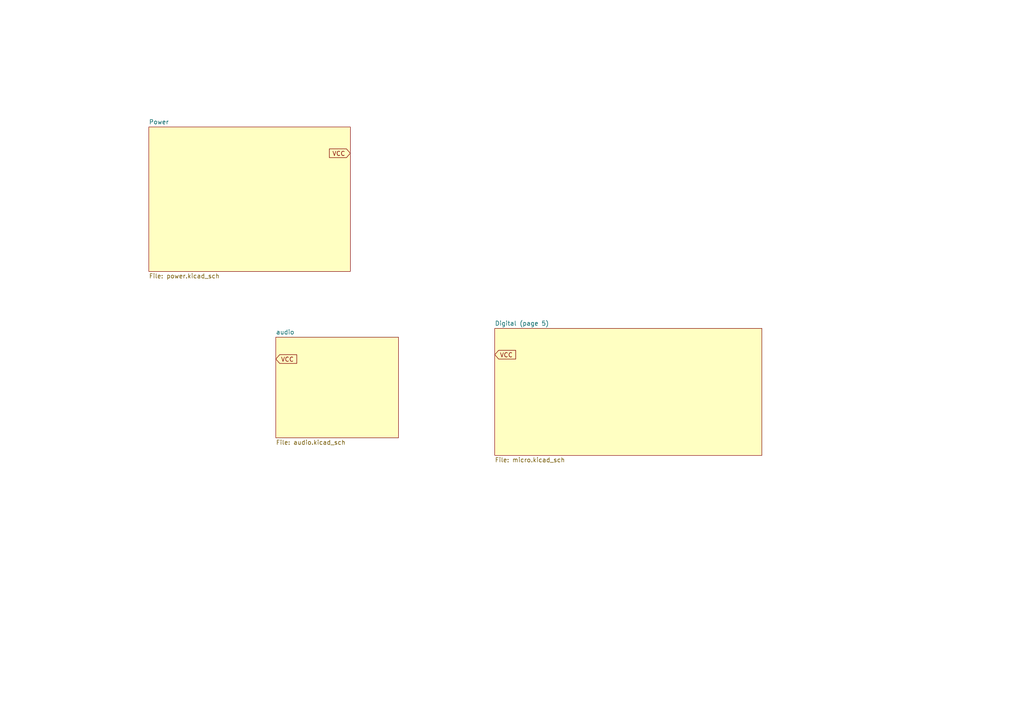
<source format=kicad_sch>
(kicad_sch
	(version 20250114)
	(generator "eeschema")
	(generator_version "9.0")
	(uuid "eafc8824-f117-40b2-99b0-597946d6c01d")
	(paper "A4")
	(lib_symbols)
	(global_label "VCC"
		(shape input)
		(at 143.51 102.87 0)
		(fields_autoplaced yes)
		(effects
			(font
				(size 1.27 1.27)
			)
			(justify left)
		)
		(uuid "09b72c75-feb3-4b1d-a9e0-358297dc848e")
		(property "Intersheetrefs" "${INTERSHEET_REFS}"
			(at 150.1238 102.87 0)
			(effects
				(font
					(size 1.27 1.27)
				)
				(justify left)
				(hide yes)
			)
		)
	)
	(global_label "VCC"
		(shape input)
		(at 101.6 44.45 180)
		(fields_autoplaced yes)
		(effects
			(font
				(size 1.27 1.27)
			)
			(justify right)
		)
		(uuid "1c55bc12-57c9-4219-a6f2-1955dc16d4fd")
		(property "Intersheetrefs" "${INTERSHEET_REFS}"
			(at 94.9862 44.45 0)
			(effects
				(font
					(size 1.27 1.27)
				)
				(justify right)
				(hide yes)
			)
		)
	)
	(global_label "VCC"
		(shape input)
		(at 80.01 104.14 0)
		(fields_autoplaced yes)
		(effects
			(font
				(size 1.27 1.27)
			)
			(justify left)
		)
		(uuid "cdadbcd3-ba67-4ec7-9b3e-232fac965ee8")
		(property "Intersheetrefs" "${INTERSHEET_REFS}"
			(at 86.6238 104.14 0)
			(effects
				(font
					(size 1.27 1.27)
				)
				(justify left)
				(hide yes)
			)
		)
	)
	(sheet
		(at 80.01 97.79)
		(size 35.56 29.21)
		(exclude_from_sim no)
		(in_bom yes)
		(on_board yes)
		(dnp no)
		(fields_autoplaced yes)
		(stroke
			(width 0.1524)
			(type solid)
		)
		(fill
			(color 255 255 194 1.0000)
		)
		(uuid "0f4fac18-add1-4ad4-9475-492acd2dc726")
		(property "Sheetname" "audio"
			(at 80.01 97.0784 0)
			(effects
				(font
					(size 1.27 1.27)
				)
				(justify left bottom)
			)
		)
		(property "Sheetfile" "audio.kicad_sch"
			(at 80.01 127.5846 0)
			(effects
				(font
					(size 1.27 1.27)
				)
				(justify left top)
			)
		)
		(instances
			(project "bluetooth-audio"
				(path "/eafc8824-f117-40b2-99b0-597946d6c01d"
					(page "4")
				)
			)
		)
	)
	(sheet
		(at 43.18 36.83)
		(size 58.42 41.91)
		(exclude_from_sim no)
		(in_bom yes)
		(on_board yes)
		(dnp no)
		(fields_autoplaced yes)
		(stroke
			(width 0.1524)
			(type solid)
		)
		(fill
			(color 255 255 194 1.0000)
		)
		(uuid "541dab54-ea50-443b-9935-4ff5142dd0fa")
		(property "Sheetname" "Power"
			(at 43.18 36.1184 0)
			(effects
				(font
					(size 1.27 1.27)
				)
				(justify left bottom)
			)
		)
		(property "Sheetfile" "power.kicad_sch"
			(at 43.18 79.3246 0)
			(effects
				(font
					(size 1.27 1.27)
				)
				(justify left top)
			)
		)
		(instances
			(project "bluetooth-audio"
				(path "/eafc8824-f117-40b2-99b0-597946d6c01d"
					(page "2")
				)
			)
		)
	)
	(sheet
		(at 143.51 95.25)
		(size 77.47 36.83)
		(exclude_from_sim no)
		(in_bom yes)
		(on_board yes)
		(dnp no)
		(fields_autoplaced yes)
		(stroke
			(width 0.1524)
			(type solid)
		)
		(fill
			(color 255 255 194 1.0000)
		)
		(uuid "8c9964e6-f0c6-4449-9d58-d02ed46671df")
		(property "Sheetname" "Digital (page 5)"
			(at 143.51 94.5384 0)
			(effects
				(font
					(size 1.27 1.27)
				)
				(justify left bottom)
			)
		)
		(property "Sheetfile" "micro.kicad_sch"
			(at 143.51 132.6646 0)
			(effects
				(font
					(size 1.27 1.27)
				)
				(justify left top)
			)
		)
		(instances
			(project "bluetooth-audio"
				(path "/eafc8824-f117-40b2-99b0-597946d6c01d"
					(page "5")
				)
			)
		)
	)
	(sheet_instances
		(path "/"
			(page "1")
		)
	)
	(embedded_fonts no)
)

</source>
